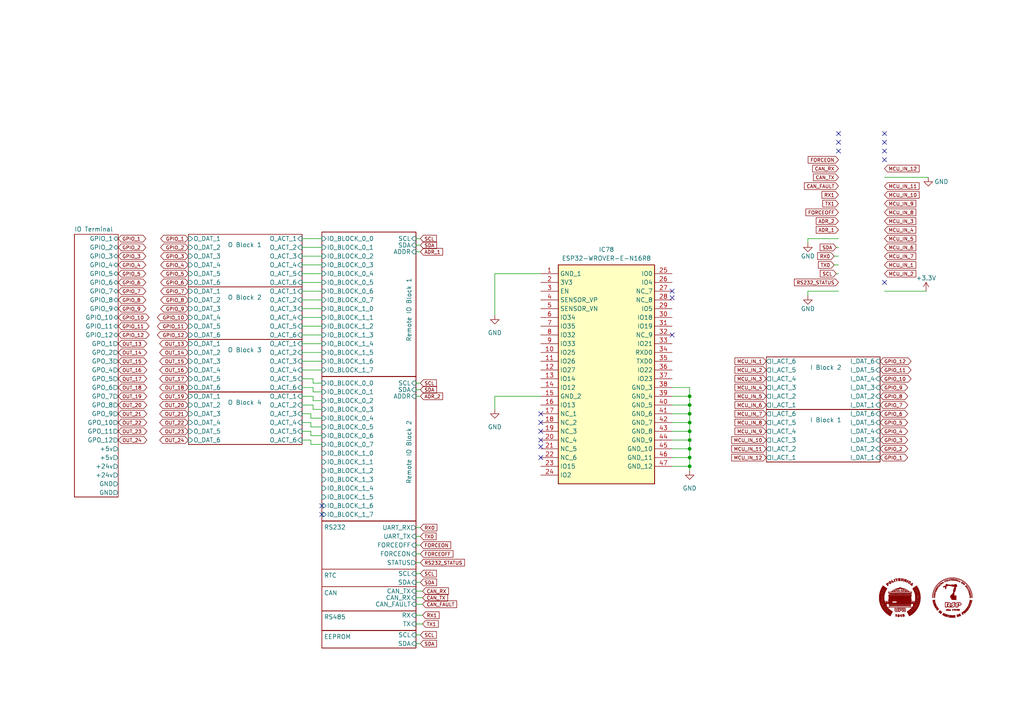
<source format=kicad_sch>
(kicad_sch (version 20230121) (generator eeschema)
  (paper "A4")
  (title_block (title "PLC CIM") (date "2023-04-23") (rev "1") (company "UPB - FIIR - Roboți și sisteme de producție") (comment 1 "Alexandru-Ioan Anastasiu"))
  (lib_symbols
    (symbol "ESP32-WROVER-E-N16R8.kicad_sym:ESP32-WROVER-E-N16R8"
      (property "Reference" "IC" (at 34.29 7.62 0))
      (property "Value" "ESP32-WROVER-E-N16R8" (at 34.29 5.08 0))
      (symbol "ESP32-WROVER-E-N16R8_1_1"
        (pin passive line (at 0 0 0) (length 5.08) (name "GND_1") (number "1"))
        (pin passive line (at 0 -22.86 0) (length 5.08) (name "IO25") (number "10"))
        (pin passive line (at 0 -25.4 0) (length 5.08) (name "IO26") (number "11"))
        (pin passive line (at 0 -27.94 0) (length 5.08) (name "IO27") (number "12"))
        (pin passive line (at 0 -30.48 0) (length 5.08) (name "IO14") (number "13"))
        (pin passive line (at 0 -33.02 0) (length 5.08) (name "IO12") (number "14"))
        (pin passive line (at 0 -35.56 0) (length 5.08) (name "GND_2") (number "15"))
        (pin passive line (at 0 -38.1 0) (length 5.08) (name "IO13") (number "16"))
        (pin passive line (at 0 -40.64 0) (length 5.08) (name "NC_1") (number "17"))
        (pin passive line (at 0 -43.18 0) (length 5.08) (name "NC_2") (number "18"))
        (pin passive line (at 0 -45.72 0) (length 5.08) (name "NC_3") (number "19"))
        (pin passive line (at 0 -2.54 0) (length 5.08) (name "3V3") (number "2"))
        (pin passive line (at 0 -48.26 0) (length 5.08) (name "NC_4") (number "20"))
        (pin passive line (at 0 -50.8 0) (length 5.08) (name "NC_5") (number "21"))
        (pin passive line (at 0 -53.34 0) (length 5.08) (name "NC_6") (number "22"))
        (pin passive line (at 0 -55.88 0) (length 5.08) (name "IO15") (number "23"))
        (pin passive line (at 0 -58.42 0) (length 5.08) (name "IO2") (number "24"))
        (pin passive line (at 38.1 0 180) (length 5.08) (name "IO0") (number "25"))
        (pin passive line (at 38.1 -2.54 180) (length 5.08) (name "IO4") (number "26"))
        (pin passive line (at 38.1 -5.08 180) (length 5.08) (name "NC_7") (number "27"))
        (pin passive line (at 38.1 -7.62 180) (length 5.08) (name "NC_8") (number "28"))
        (pin passive line (at 38.1 -10.16 180) (length 5.08) (name "IO5") (number "29"))
        (pin passive line (at 0 -5.08 0) (length 5.08) (name "EN") (number "3"))
        (pin passive line (at 38.1 -12.7 180) (length 5.08) (name "IO18") (number "30"))
        (pin passive line (at 38.1 -15.24 180) (length 5.08) (name "IO19") (number "31"))
        (pin passive line (at 38.1 -17.78 180) (length 5.08) (name "NC_9") (number "32"))
        (pin passive line (at 38.1 -20.32 180) (length 5.08) (name "IO21") (number "33"))
        (pin passive line (at 38.1 -22.86 180) (length 5.08) (name "RXD0") (number "34"))
        (pin passive line (at 38.1 -25.4 180) (length 5.08) (name "TXD0") (number "35"))
        (pin passive line (at 38.1 -27.94 180) (length 5.08) (name "IO22") (number "36"))
        (pin passive line (at 38.1 -30.48 180) (length 5.08) (name "IO23") (number "37"))
        (pin passive line (at 38.1 -33.02 180) (length 5.08) (name "GND_3") (number "38"))
        (pin passive line (at 38.1 -35.56 180) (length 5.08) (name "GND_4") (number "39"))
        (pin passive line (at 0 -7.62 0) (length 5.08) (name "SENSOR_VP") (number "4"))
        (pin passive line (at 38.1 -38.1 180) (length 5.08) (name "GND_5") (number "40"))
        (pin passive line (at 38.1 -40.64 180) (length 5.08) (name "GND_6") (number "41"))
        (pin passive line (at 38.1 -43.18 180) (length 5.08) (name "GND_7") (number "42"))
        (pin passive line (at 38.1 -45.72 180) (length 5.08) (name "GND_8") (number "43"))
        (pin passive line (at 38.1 -48.26 180) (length 5.08) (name "GND_9") (number "44"))
        (pin passive line (at 38.1 -50.8 180) (length 5.08) (name "GND_10") (number "45"))
        (pin passive line (at 38.1 -53.34 180) (length 5.08) (name "GND_11") (number "46"))
        (pin passive line (at 38.1 -55.88 180) (length 5.08) (name "GND_12") (number "47"))
        (pin passive line (at 0 -10.16 0) (length 5.08) (name "SENSOR_VN") (number "5"))
        (pin passive line (at 0 -12.7 0) (length 5.08) (name "IO34") (number "6"))
        (pin passive line (at 0 -15.24 0) (length 5.08) (name "IO35") (number "7"))
        (pin passive line (at 0 -17.78 0) (length 5.08) (name "IO32") (number "8"))
        (pin passive line (at 0 -20.32 0) (length 5.08) (name "IO33") (number "9"))
      )
    )
    (symbol "logoRSP:LOGO" (pin_names (offset 1.016)))
    (symbol "logoUPB:LOGO" (pin_names (offset 1.016)))
    (symbol "power:+3.3V" (power) (pin_names (offset 0))
      (property "Value" "+3.3V" (at 0 3.556 0))
      (symbol "+3.3V_1_1"
        (pin power_in line (at 0 0 90) (length 0) hide (name "+3.3V") (number "1"))
      )
    )
    (symbol "power:GND" (power) (pin_names (offset 0))
      (property "Value" "GND" (at 0 -3.81 0))
      (symbol "GND_1_1"
        (pin power_in line (at 0 0 270) (length 0) hide (name "GND") (number "1"))
      )
    )
  )
  (junction (at 200.025 125.095))
  (junction (at 200.025 127.635))
  (junction (at 200.025 130.175))
  (junction (at 200.025 135.255))
  (junction (at 200.025 122.555))
  (junction (at 200.025 132.715))
  (junction (at 200.025 117.475))
  (junction (at 200.025 120.015))
  (junction (at 200.025 114.935))
  (no_connect (at 256.54 38.735))
  (no_connect (at 256.54 81.915))
  (no_connect (at 156.845 120.015))
  (no_connect (at 243.205 38.735))
  (no_connect (at 194.945 97.155))
  (no_connect (at 256.54 41.275))
  (no_connect (at 156.845 122.555))
  (no_connect (at 156.845 125.095))
  (no_connect (at 156.845 127.635))
  (no_connect (at 194.945 84.455))
  (no_connect (at 194.945 86.36))
  (no_connect (at 156.845 132.715))
  (no_connect (at 256.54 46.355))
  (no_connect (at 243.205 43.815))
  (no_connect (at 156.845 129.54))
  (no_connect (at 93.345 149.225))
  (no_connect (at 93.345 146.685))
  (no_connect (at 243.205 41.275))
  (no_connect (at 256.54 43.815))
  (wire (pts (xy 234.315 69.215) (xy 243.205 69.215)))
  (wire (pts (xy 90.17 125.095) (xy 90.17 126.365)))
  (wire (pts (xy 87.63 86.995) (xy 93.345 86.995)))
  (wire (pts (xy 200.025 135.255) (xy 200.025 136.525)))
  (wire (pts (xy 194.945 117.475) (xy 200.025 117.475)))
  (wire (pts (xy 194.945 122.555) (xy 200.025 122.555)))
  (wire (pts (xy 120.65 73.025) (xy 121.92 73.025)))
  (wire (pts (xy 120.65 71.12) (xy 121.92 71.12)))
  (wire (pts (xy 143.51 114.935) (xy 143.51 118.745)))
  (wire (pts (xy 87.63 107.315) (xy 93.345 107.315)))
  (wire (pts (xy 90.805 116.205) (xy 93.345 116.205)))
  (wire (pts (xy 120.65 153.035) (xy 121.92 153.035)))
  (wire (pts (xy 87.63 79.375) (xy 93.345 79.375)))
  (wire (pts (xy 87.63 122.555) (xy 90.17 122.555)))
  (wire (pts (xy 120.65 171.45) (xy 122.555 171.45)))
  (wire (pts (xy 87.63 114.935) (xy 90.805 114.935)))
  (wire (pts (xy 120.65 158.115) (xy 121.92 158.115)))
  (wire (pts (xy 90.17 120.015) (xy 90.17 121.285)))
  (wire (pts (xy 87.63 92.075) (xy 93.345 92.075)))
  (wire (pts (xy 120.65 173.355) (xy 122.555 173.355)))
  (wire (pts (xy 90.805 114.935) (xy 90.805 116.205)))
  (wire (pts (xy 90.805 113.665) (xy 93.345 113.665)))
  (wire (pts (xy 120.65 175.26) (xy 122.555 175.26)))
  (wire (pts (xy 194.945 125.095) (xy 200.025 125.095)))
  (wire (pts (xy 194.945 114.935) (xy 200.025 114.935)))
  (wire (pts (xy 90.17 127.635) (xy 90.17 128.905)))
  (wire (pts (xy 90.805 109.855) (xy 90.805 111.125)))
  (wire (pts (xy 194.945 135.255) (xy 200.025 135.255)))
  (wire (pts (xy 156.845 114.935) (xy 143.51 114.935)))
  (wire (pts (xy 90.805 111.125) (xy 93.345 111.125)))
  (wire (pts (xy 87.63 69.215) (xy 93.345 69.215)))
  (wire (pts (xy 200.025 112.395) (xy 200.025 114.935)))
  (wire (pts (xy 200.025 127.635) (xy 200.025 130.175)))
  (wire (pts (xy 256.54 84.455) (xy 268.605 84.455)))
  (wire (pts (xy 200.025 125.095) (xy 200.025 127.635)))
  (wire (pts (xy 120.65 69.215) (xy 121.92 69.215)))
  (wire (pts (xy 87.63 76.835) (xy 93.345 76.835)))
  (wire (pts (xy 90.805 112.395) (xy 90.805 113.665)))
  (wire (pts (xy 194.945 130.175) (xy 200.025 130.175)))
  (wire (pts (xy 90.17 126.365) (xy 93.345 126.365)))
  (wire (pts (xy 120.65 155.575) (xy 121.92 155.575)))
  (wire (pts (xy 194.945 120.015) (xy 200.025 120.015)))
  (wire (pts (xy 90.805 117.475) (xy 90.805 118.745)))
  (wire (pts (xy 87.63 97.155) (xy 93.345 97.155)))
  (wire (pts (xy 156.845 79.375) (xy 143.51 79.375)))
  (wire (pts (xy 120.65 178.435) (xy 122.555 178.435)))
  (wire (pts (xy 234.315 85.725) (xy 234.315 84.455)))
  (wire (pts (xy 120.65 113.03) (xy 121.92 113.03)))
  (wire (pts (xy 87.63 104.775) (xy 93.345 104.775)))
  (wire (pts (xy 87.63 112.395) (xy 90.805 112.395)))
  (wire (pts (xy 120.65 166.37) (xy 121.92 166.37)))
  (wire (pts (xy 87.63 120.015) (xy 90.17 120.015)))
  (wire (pts (xy 200.025 114.935) (xy 200.025 117.475)))
  (wire (pts (xy 90.805 118.745) (xy 93.345 118.745)))
  (wire (pts (xy 120.65 114.935) (xy 121.92 114.935)))
  (wire (pts (xy 87.63 125.095) (xy 90.17 125.095)))
  (wire (pts (xy 90.17 128.905) (xy 93.345 128.905)))
  (wire (pts (xy 90.17 123.825) (xy 93.345 123.825)))
  (wire (pts (xy 87.63 71.755) (xy 93.345 71.755)))
  (wire (pts (xy 200.025 132.715) (xy 200.025 135.255)))
  (wire (pts (xy 87.63 109.855) (xy 90.805 109.855)))
  (wire (pts (xy 90.17 122.555) (xy 90.17 123.825)))
  (wire (pts (xy 241.935 74.295) (xy 243.205 74.295)))
  (wire (pts (xy 194.945 112.395) (xy 200.025 112.395)))
  (wire (pts (xy 120.65 186.69) (xy 121.92 186.69)))
  (wire (pts (xy 120.65 168.91) (xy 121.92 168.91)))
  (wire (pts (xy 87.63 99.695) (xy 93.345 99.695)))
  (wire (pts (xy 256.54 51.435) (xy 269.24 51.435)))
  (wire (pts (xy 120.65 163.195) (xy 121.92 163.195)))
  (wire (pts (xy 242.57 71.755) (xy 243.205 71.755)))
  (wire (pts (xy 241.935 76.835) (xy 243.205 76.835)))
  (wire (pts (xy 143.51 79.375) (xy 143.51 91.44)))
  (wire (pts (xy 120.65 180.975) (xy 122.555 180.975)))
  (wire (pts (xy 87.63 89.535) (xy 93.345 89.535)))
  (wire (pts (xy 194.945 127.635) (xy 200.025 127.635)))
  (wire (pts (xy 200.025 120.015) (xy 200.025 122.555)))
  (wire (pts (xy 200.025 130.175) (xy 200.025 132.715)))
  (wire (pts (xy 87.63 74.295) (xy 93.345 74.295)))
  (wire (pts (xy 234.315 70.485) (xy 234.315 69.215)))
  (wire (pts (xy 234.315 84.455) (xy 243.205 84.455)))
  (wire (pts (xy 87.63 117.475) (xy 90.805 117.475)))
  (wire (pts (xy 200.025 122.555) (xy 200.025 125.095)))
  (wire (pts (xy 194.945 132.715) (xy 200.025 132.715)))
  (wire (pts (xy 200.025 117.475) (xy 200.025 120.015)))
  (wire (pts (xy 87.63 81.915) (xy 93.345 81.915)))
  (wire (pts (xy 120.65 184.15) (xy 121.92 184.15)))
  (wire (pts (xy 120.65 160.655) (xy 121.92 160.655)))
  (wire (pts (xy 87.63 84.455) (xy 93.345 84.455)))
  (wire (pts (xy 90.17 121.285) (xy 93.345 121.285)))
  (wire (pts (xy 87.63 127.635) (xy 90.17 127.635)))
  (wire (pts (xy 87.63 94.615) (xy 93.345 94.615)))
  (wire (pts (xy 242.57 79.375) (xy 243.205 79.375)))
  (wire (pts (xy 87.63 102.235) (xy 93.345 102.235)))
  (wire (pts (xy 120.65 111.125) (xy 121.92 111.125)))
  (global_label "GPIO_3" (shape bidirectional) (at 255.27 127.635 0) (effects (font (size 1 1))) (property "Intersheetrefs" "${INTERSHEET_REFS}" (effects hide)))
  (global_label "MCU_IN_7" (shape input) (at 256.54 74.295 0) (effects (font (size 1 1))) (property "Intersheetrefs" "${INTERSHEET_REFS}" (effects hide)))
  (global_label "GPIO_3" (shape bidirectional) (at 34.29 74.295 0) (effects (font (size 1 1))) (property "Intersheetrefs" "${INTERSHEET_REFS}" (effects hide)))
  (global_label "OUT_18" (shape bidirectional) (at 54.61 112.395 180) (effects (font (size 1 1))) (property "Intersheetrefs" "${INTERSHEET_REFS}" (effects hide)))
  (global_label "MCU_IN_4" (shape input) (at 222.25 112.395 180) (effects (font (size 1 1))) (property "Intersheetrefs" "${INTERSHEET_REFS}" (effects hide)))
  (global_label "GPIO_1" (shape bidirectional) (at 34.29 69.215 0) (effects (font (size 1 1))) (property "Intersheetrefs" "${INTERSHEET_REFS}" (effects hide)))
  (global_label "SDA" (shape input) (at 121.92 186.69 0) (effects (font (size 1 1))) (property "Intersheetrefs" "${INTERSHEET_REFS}" (effects hide)))
  (global_label "GPIO_5" (shape bidirectional) (at 255.27 122.555 0) (effects (font (size 1 1))) (property "Intersheetrefs" "${INTERSHEET_REFS}" (effects hide)))
  (global_label "GPIO_5" (shape bidirectional) (at 34.29 79.375 0) (effects (font (size 1 1))) (property "Intersheetrefs" "${INTERSHEET_REFS}" (effects hide)))
  (global_label "MCU_IN_1" (shape input) (at 222.25 104.775 180) (effects (font (size 1 1))) (property "Intersheetrefs" "${INTERSHEET_REFS}" (effects hide)))
  (global_label "MCU_IN_11" (shape input) (at 222.25 130.175 180) (effects (font (size 1 1))) (property "Intersheetrefs" "${INTERSHEET_REFS}" (effects hide)))
  (global_label "ADR_2" (shape input) (at 243.205 64.135 180) (effects (font (size 1 1))) (property "Intersheetrefs" "${INTERSHEET_REFS}" (effects hide)))
  (global_label "GPIO_12" (shape bidirectional) (at 54.61 97.155 180) (effects (font (size 1 1))) (property "Intersheetrefs" "${INTERSHEET_REFS}" (effects hide)))
  (global_label "GPIO_3" (shape bidirectional) (at 54.61 74.295 180) (effects (font (size 1 1))) (property "Intersheetrefs" "${INTERSHEET_REFS}" (effects hide)))
  (global_label "OUT_17" (shape bidirectional) (at 34.29 109.855 0) (effects (font (size 1 1))) (property "Intersheetrefs" "${INTERSHEET_REFS}" (effects hide)))
  (global_label "GPIO_6" (shape bidirectional) (at 54.61 81.915 180) (effects (font (size 1 1))) (property "Intersheetrefs" "${INTERSHEET_REFS}" (effects hide)))
  (global_label "GPIO_9" (shape bidirectional) (at 54.61 89.535 180) (effects (font (size 1 1))) (property "Intersheetrefs" "${INTERSHEET_REFS}" (effects hide)))
  (global_label "CAN_RX" (shape input) (at 243.205 48.895 180) (effects (font (size 1 1))) (property "Intersheetrefs" "${INTERSHEET_REFS}" (effects hide)))
  (global_label "GPIO_11" (shape bidirectional) (at 34.29 94.615 0) (effects (font (size 1 1))) (property "Intersheetrefs" "${INTERSHEET_REFS}" (effects hide)))
  (global_label "GPIO_9" (shape bidirectional) (at 255.27 112.395 0) (effects (font (size 1 1))) (property "Intersheetrefs" "${INTERSHEET_REFS}" (effects hide)))
  (global_label "FORCEON" (shape input) (at 121.92 158.115 0) (effects (font (size 1 1))) (property "Intersheetrefs" "${INTERSHEET_REFS}" (effects hide)))
  (global_label "MCU_IN_6" (shape input) (at 222.25 117.475 180) (effects (font (size 1 1))) (property "Intersheetrefs" "${INTERSHEET_REFS}" (effects hide)))
  (global_label "MCU_IN_2" (shape input) (at 222.25 107.315 180) (effects (font (size 1 1))) (property "Intersheetrefs" "${INTERSHEET_REFS}" (effects hide)))
  (global_label "RX1" (shape input) (at 122.555 178.435 0) (effects (font (size 1 1))) (property "Intersheetrefs" "${INTERSHEET_REFS}" (effects hide)))
  (global_label "GPIO_1" (shape bidirectional) (at 54.61 69.215 180) (effects (font (size 1 1))) (property "Intersheetrefs" "${INTERSHEET_REFS}" (effects hide)))
  (global_label "GPIO_8" (shape bidirectional) (at 54.61 86.995 180) (effects (font (size 1 1))) (property "Intersheetrefs" "${INTERSHEET_REFS}" (effects hide)))
  (global_label "OUT_21" (shape bidirectional) (at 54.61 120.015 180) (effects (font (size 1 1))) (property "Intersheetrefs" "${INTERSHEET_REFS}" (effects hide)))
  (global_label "CAN_TX" (shape input) (at 243.205 51.435 180) (effects (font (size 1 1))) (property "Intersheetrefs" "${INTERSHEET_REFS}" (effects hide)))
  (global_label "OUT_16" (shape bidirectional) (at 54.61 107.315 180) (effects (font (size 1 1))) (property "Intersheetrefs" "${INTERSHEET_REFS}" (effects hide)))
  (global_label "OUT_24" (shape bidirectional) (at 34.29 127.635 0) (effects (font (size 1 1))) (property "Intersheetrefs" "${INTERSHEET_REFS}" (effects hide)))
  (global_label "OUT_19" (shape bidirectional) (at 54.61 114.935 180) (effects (font (size 1 1))) (property "Intersheetrefs" "${INTERSHEET_REFS}" (effects hide)))
  (global_label "SDA" (shape input) (at 121.92 71.12 0) (effects (font (size 1 1))) (property "Intersheetrefs" "${INTERSHEET_REFS}" (effects hide)))
  (global_label "CAN_RX" (shape input) (at 122.555 171.45 0) (effects (font (size 1 1))) (property "Intersheetrefs" "${INTERSHEET_REFS}" (effects hide)))
  (global_label "FORCEON" (shape input) (at 243.205 46.355 180) (effects (font (size 1 1))) (property "Intersheetrefs" "${INTERSHEET_REFS}" (effects hide)))
  (global_label "GPIO_7" (shape bidirectional) (at 34.29 84.455 0) (effects (font (size 1 1))) (property "Intersheetrefs" "${INTERSHEET_REFS}" (effects hide)))
  (global_label "GPIO_8" (shape bidirectional) (at 34.29 86.995 0) (effects (font (size 1 1))) (property "Intersheetrefs" "${INTERSHEET_REFS}" (effects hide)))
  (global_label "ADR_1" (shape input) (at 243.205 66.675 180) (effects (font (size 1 1))) (property "Intersheetrefs" "${INTERSHEET_REFS}" (effects hide)))
  (global_label "SCL" (shape input) (at 121.92 184.15 0) (effects (font (size 1 1))) (property "Intersheetrefs" "${INTERSHEET_REFS}" (effects hide)))
  (global_label "SCL" (shape input) (at 121.92 166.37 0) (effects (font (size 1 1))) (property "Intersheetrefs" "${INTERSHEET_REFS}" (effects hide)))
  (global_label "RS232_STATUS" (shape input) (at 243.205 81.915 180) (effects (font (size 1 1))) (property "Intersheetrefs" "${INTERSHEET_REFS}" (effects hide)))
  (global_label "CAN_TX" (shape input) (at 122.555 173.355 0) (effects (font (size 1 1))) (property "Intersheetrefs" "${INTERSHEET_REFS}" (effects hide)))
  (global_label "MCU_IN_7" (shape input) (at 222.25 120.015 180) (effects (font (size 1 1))) (property "Intersheetrefs" "${INTERSHEET_REFS}" (effects hide)))
  (global_label "RX1" (shape input) (at 243.205 56.515 180) (effects (font (size 1 1))) (property "Intersheetrefs" "${INTERSHEET_REFS}" (effects hide)))
  (global_label "GPIO_9" (shape bidirectional) (at 34.29 89.535 0) (effects (font (size 1 1))) (property "Intersheetrefs" "${INTERSHEET_REFS}" (effects hide)))
  (global_label "MCU_IN_6" (shape input) (at 256.54 71.755 0) (effects (font (size 1 1))) (property "Intersheetrefs" "${INTERSHEET_REFS}" (effects hide)))
  (global_label "MCU_IN_8" (shape input) (at 222.25 122.555 180) (effects (font (size 1 1))) (property "Intersheetrefs" "${INTERSHEET_REFS}" (effects hide)))
  (global_label "OUT_24" (shape bidirectional) (at 54.61 127.635 180) (effects (font (size 1 1))) (property "Intersheetrefs" "${INTERSHEET_REFS}" (effects hide)))
  (global_label "GPIO_2" (shape bidirectional) (at 255.27 130.175 0) (effects (font (size 1 1))) (property "Intersheetrefs" "${INTERSHEET_REFS}" (effects hide)))
  (global_label "OUT_15" (shape bidirectional) (at 34.29 104.775 0) (effects (font (size 1 1))) (property "Intersheetrefs" "${INTERSHEET_REFS}" (effects hide)))
  (global_label "GPIO_4" (shape bidirectional) (at 54.61 76.835 180) (effects (font (size 1 1))) (property "Intersheetrefs" "${INTERSHEET_REFS}" (effects hide)))
  (global_label "GPIO_10" (shape bidirectional) (at 255.27 109.855 0) (effects (font (size 1 1))) (property "Intersheetrefs" "${INTERSHEET_REFS}" (effects hide)))
  (global_label "SDA" (shape input) (at 121.92 113.03 0) (effects (font (size 1 1))) (property "Intersheetrefs" "${INTERSHEET_REFS}" (effects hide)))
  (global_label "TX1" (shape input) (at 122.555 180.975 0) (effects (font (size 1 1))) (property "Intersheetrefs" "${INTERSHEET_REFS}" (effects hide)))
  (global_label "SDA" (shape input) (at 121.92 168.91 0) (effects (font (size 1 1))) (property "Intersheetrefs" "${INTERSHEET_REFS}" (effects hide)))
  (global_label "GPIO_2" (shape bidirectional) (at 34.29 71.755 0) (effects (font (size 1 1))) (property "Intersheetrefs" "${INTERSHEET_REFS}" (effects hide)))
  (global_label "ADR_2" (shape input) (at 121.92 114.935 0) (effects (font (size 1 1))) (property "Intersheetrefs" "${INTERSHEET_REFS}" (effects hide)))
  (global_label "MCU_IN_8" (shape input) (at 256.54 61.595 0) (effects (font (size 1 1))) (property "Intersheetrefs" "${INTERSHEET_REFS}" (effects hide)))
  (global_label "GPIO_7" (shape bidirectional) (at 255.27 117.475 0) (effects (font (size 1 1))) (property "Intersheetrefs" "${INTERSHEET_REFS}" (effects hide)))
  (global_label "GPIO_10" (shape bidirectional) (at 34.29 92.075 0) (effects (font (size 1 1))) (property "Intersheetrefs" "${INTERSHEET_REFS}" (effects hide)))
  (global_label "MCU_IN_3" (shape input) (at 222.25 109.855 180) (effects (font (size 1 1))) (property "Intersheetrefs" "${INTERSHEET_REFS}" (effects hide)))
  (global_label "GPIO_8" (shape bidirectional) (at 255.27 114.935 0) (effects (font (size 1 1))) (property "Intersheetrefs" "${INTERSHEET_REFS}" (effects hide)))
  (global_label "MCU_IN_5" (shape input) (at 222.25 114.935 180) (effects (font (size 1 1))) (property "Intersheetrefs" "${INTERSHEET_REFS}" (effects hide)))
  (global_label "FORCEOFF" (shape input) (at 243.205 61.595 180) (effects (font (size 1 1))) (property "Intersheetrefs" "${INTERSHEET_REFS}" (effects hide)))
  (global_label "OUT_20" (shape bidirectional) (at 34.29 117.475 0) (effects (font (size 1 1))) (property "Intersheetrefs" "${INTERSHEET_REFS}" (effects hide)))
  (global_label "MCU_IN_12" (shape input) (at 222.25 132.715 180) (effects (font (size 1 1))) (property "Intersheetrefs" "${INTERSHEET_REFS}" (effects hide)))
  (global_label "OUT_22" (shape bidirectional) (at 34.29 122.555 0) (effects (font (size 1 1))) (property "Intersheetrefs" "${INTERSHEET_REFS}" (effects hide)))
  (global_label "GPIO_6" (shape bidirectional) (at 255.27 120.015 0) (effects (font (size 1 1))) (property "Intersheetrefs" "${INTERSHEET_REFS}" (effects hide)))
  (global_label "RX0" (shape input) (at 121.92 153.035 0) (effects (font (size 1 1))) (property "Intersheetrefs" "${INTERSHEET_REFS}" (effects hide)))
  (global_label "OUT_20" (shape bidirectional) (at 54.61 117.475 180) (effects (font (size 1 1))) (property "Intersheetrefs" "${INTERSHEET_REFS}" (effects hide)))
  (global_label "OUT_13" (shape bidirectional) (at 34.29 99.695 0) (effects (font (size 1 1))) (property "Intersheetrefs" "${INTERSHEET_REFS}" (effects hide)))
  (global_label "MCU_IN_5" (shape input) (at 256.54 69.215 0) (effects (font (size 1 1))) (property "Intersheetrefs" "${INTERSHEET_REFS}" (effects hide)))
  (global_label "MCU_IN_12" (shape input) (at 256.54 48.895 0) (effects (font (size 1 1))) (property "Intersheetrefs" "${INTERSHEET_REFS}" (effects hide)))
  (global_label "RS232_STATUS" (shape input) (at 121.92 163.195 0) (effects (font (size 1 1))) (property "Intersheetrefs" "${INTERSHEET_REFS}" (effects hide)))
  (global_label "MCU_IN_9" (shape input) (at 222.25 125.095 180) (effects (font (size 1 1))) (property "Intersheetrefs" "${INTERSHEET_REFS}" (effects hide)))
  (global_label "OUT_13" (shape bidirectional) (at 54.61 99.695 180) (effects (font (size 1 1))) (property "Intersheetrefs" "${INTERSHEET_REFS}" (effects hide)))
  (global_label "MCU_IN_4" (shape input) (at 256.54 66.675 0) (effects (font (size 1 1))) (property "Intersheetrefs" "${INTERSHEET_REFS}" (effects hide)))
  (global_label "OUT_14" (shape bidirectional) (at 54.61 102.235 180) (effects (font (size 1 1))) (property "Intersheetrefs" "${INTERSHEET_REFS}" (effects hide)))
  (global_label "OUT_15" (shape bidirectional) (at 54.61 104.775 180) (effects (font (size 1 1))) (property "Intersheetrefs" "${INTERSHEET_REFS}" (effects hide)))
  (global_label "GPIO_6" (shape bidirectional) (at 34.29 81.915 0) (effects (font (size 1 1))) (property "Intersheetrefs" "${INTERSHEET_REFS}" (effects hide)))
  (global_label "SCL" (shape input) (at 121.92 69.215 0) (effects (font (size 1 1))) (property "Intersheetrefs" "${INTERSHEET_REFS}" (effects hide)))
  (global_label "MCU_IN_11" (shape input) (at 256.54 53.975 0) (effects (font (size 1 1))) (property "Intersheetrefs" "${INTERSHEET_REFS}" (effects hide)))
  (global_label "TX1" (shape input) (at 243.205 59.055 180) (effects (font (size 1 1))) (property "Intersheetrefs" "${INTERSHEET_REFS}" (effects hide)))
  (global_label "MCU_IN_3" (shape input) (at 256.54 64.135 0) (effects (font (size 1 1))) (property "Intersheetrefs" "${INTERSHEET_REFS}" (effects hide)))
  (global_label "MCU_IN_9" (shape input) (at 256.54 59.055 0) (effects (font (size 1 1))) (property "Intersheetrefs" "${INTERSHEET_REFS}" (effects hide)))
  (global_label "ADR_1" (shape input) (at 121.92 73.025 0) (effects (font (size 1 1))) (property "Intersheetrefs" "${INTERSHEET_REFS}" (effects hide)))
  (global_label "SCL" (shape input) (at 242.57 79.375 180) (effects (font (size 1 1))) (property "Intersheetrefs" "${INTERSHEET_REFS}" (effects hide)))
  (global_label "GPIO_1" (shape bidirectional) (at 255.27 132.715 0) (effects (font (size 1 1))) (property "Intersheetrefs" "${INTERSHEET_REFS}" (effects hide)))
  (global_label "GPIO_5" (shape bidirectional) (at 54.61 79.375 180) (effects (font (size 1 1))) (property "Intersheetrefs" "${INTERSHEET_REFS}" (effects hide)))
  (global_label "OUT_18" (shape bidirectional) (at 34.29 112.395 0) (effects (font (size 1 1))) (property "Intersheetrefs" "${INTERSHEET_REFS}" (effects hide)))
  (global_label "GPIO_11" (shape bidirectional) (at 54.61 94.615 180) (effects (font (size 1 1))) (property "Intersheetrefs" "${INTERSHEET_REFS}" (effects hide)))
  (global_label "MCU_IN_10" (shape input) (at 222.25 127.635 180) (effects (font (size 1 1))) (property "Intersheetrefs" "${INTERSHEET_REFS}" (effects hide)))
  (global_label "GPIO_10" (shape bidirectional) (at 54.61 92.075 180) (effects (font (size 1 1))) (property "Intersheetrefs" "${INTERSHEET_REFS}" (effects hide)))
  (global_label "GPIO_12" (shape bidirectional) (at 34.29 97.155 0) (effects (font (size 1 1))) (property "Intersheetrefs" "${INTERSHEET_REFS}" (effects hide)))
  (global_label "MCU_IN_2" (shape input) (at 256.54 79.375 0) (effects (font (size 1 1))) (property "Intersheetrefs" "${INTERSHEET_REFS}" (effects hide)))
  (global_label "OUT_23" (shape bidirectional) (at 34.29 125.095 0) (effects (font (size 1 1))) (property "Intersheetrefs" "${INTERSHEET_REFS}" (effects hide)))
  (global_label "TX0" (shape input) (at 241.935 76.835 180) (effects (font (size 1 1))) (property "Intersheetrefs" "${INTERSHEET_REFS}" (effects hide)))
  (global_label "TX0" (shape input) (at 121.92 155.575 0) (effects (font (size 1 1))) (property "Intersheetrefs" "${INTERSHEET_REFS}" (effects hide)))
  (global_label "SCL" (shape input) (at 121.92 111.125 0) (effects (font (size 1 1))) (property "Intersheetrefs" "${INTERSHEET_REFS}" (effects hide)))
  (global_label "RX0" (shape input) (at 241.935 74.295 180) (effects (font (size 1 1))) (property "Intersheetrefs" "${INTERSHEET_REFS}" (effects hide)))
  (global_label "GPIO_7" (shape bidirectional) (at 54.61 84.455 180) (effects (font (size 1 1))) (property "Intersheetrefs" "${INTERSHEET_REFS}" (effects hide)))
  (global_label "OUT_19" (shape bidirectional) (at 34.29 114.935 0) (effects (font (size 1 1))) (property "Intersheetrefs" "${INTERSHEET_REFS}" (effects hide)))
  (global_label "OUT_22" (shape bidirectional) (at 54.61 122.555 180) (effects (font (size 1 1))) (property "Intersheetrefs" "${INTERSHEET_REFS}" (effects hide)))
  (global_label "GPIO_12" (shape bidirectional) (at 255.27 104.775 0) (effects (font (size 1 1))) (property "Intersheetrefs" "${INTERSHEET_REFS}" (effects hide)))
  (global_label "MCU_IN_10" (shape input) (at 256.54 56.515 0) (effects (font (size 1 1))) (property "Intersheetrefs" "${INTERSHEET_REFS}" (effects hide)))
  (global_label "GPIO_4" (shape bidirectional) (at 34.29 76.835 0) (effects (font (size 1 1))) (property "Intersheetrefs" "${INTERSHEET_REFS}" (effects hide)))
  (global_label "GPIO_2" (shape bidirectional) (at 54.61 71.755 180) (effects (font (size 1 1))) (property "Intersheetrefs" "${INTERSHEET_REFS}" (effects hide)))
  (global_label "GPIO_4" (shape bidirectional) (at 255.27 125.095 0) (effects (font (size 1 1))) (property "Intersheetrefs" "${INTERSHEET_REFS}" (effects hide)))
  (global_label "SDA" (shape input) (at 242.57 71.755 180) (effects (font (size 1 1))) (property "Intersheetrefs" "${INTERSHEET_REFS}" (effects hide)))
  (global_label "OUT_21" (shape bidirectional) (at 34.29 120.015 0) (effects (font (size 1 1))) (property "Intersheetrefs" "${INTERSHEET_REFS}" (effects hide)))
  (global_label "OUT_23" (shape bidirectional) (at 54.61 125.095 180) (effects (font (size 1 1))) (property "Intersheetrefs" "${INTERSHEET_REFS}" (effects hide)))
  (global_label "OUT_17" (shape bidirectional) (at 54.61 109.855 180) (effects (font (size 1 1))) (property "Intersheetrefs" "${INTERSHEET_REFS}" (effects hide)))
  (global_label "OUT_16" (shape bidirectional) (at 34.29 107.315 0) (effects (font (size 1 1))) (property "Intersheetrefs" "${INTERSHEET_REFS}" (effects hide)))
  (global_label "FORCEOFF" (shape input) (at 121.92 160.655 0) (effects (font (size 1 1))) (property "Intersheetrefs" "${INTERSHEET_REFS}" (effects hide)))
  (global_label "GPIO_11" (shape bidirectional) (at 255.27 107.315 0) (effects (font (size 1 1))) (property "Intersheetrefs" "${INTERSHEET_REFS}" (effects hide)))
  (global_label "CAN_FAULT" (shape input) (at 243.205 53.975 180) (effects (font (size 1 1))) (property "Intersheetrefs" "${INTERSHEET_REFS}" (effects hide)))
  (global_label "CAN_FAULT" (shape input) (at 122.555 175.26 0) (effects (font (size 1 1))) (property "Intersheetrefs" "${INTERSHEET_REFS}" (effects hide)))
  (global_label "MCU_IN_1" (shape input) (at 256.54 76.835 0) (effects (font (size 1 1))) (property "Intersheetrefs" "${INTERSHEET_REFS}" (effects hide)))
  (global_label "OUT_14" (shape bidirectional) (at 34.29 102.235 0) (effects (font (size 1 1))) (property "Intersheetrefs" "${INTERSHEET_REFS}" (effects hide)))
  (symbol (lib_id "power:GND") (at 200.025 136.525 0) (unit 1)
    (property "Reference" "#PWR06" (effects hide))
    (property "Value" "GND" (at 200.025 141.605 0))
  )
  (symbol (lib_id "power:GND") (at 234.315 85.725 0) (unit 1)
    (property "Reference" "#PWR04" (effects hide))
    (property "Value" "GND" (at 234.315 89.535 0))
  )
  (symbol (lib_id "ESP32-WROVER-E-N16R8.kicad_sym:ESP32-WROVER-E-N16R8") (at 156.845 79.375 0) (unit 1)
    (property "Reference" "IC78" (at 175.895 72.39 0))
    (property "Value" "ESP32-WROVER-E-N16R8" (at 175.895 74.93 0))
    (property "Footprint" "ESP32-WROVER-E-N16R8:ESP32WROVEREN16R8" (effects hide))
    (property "Datasheet" "https://www.espressif.com/sites/default/files/documentation/esp32-wrover-e_esp32-wrover-ie_datasheet_en.pdf" (effects hide))
    (property "Height" "3.45" (effects hide))
    (property "Mouser Part Number" "356-ESP32WRVE22864PC" (effects hide))
    (property "Mouser Price/Stock" "https://www.mouser.co.uk/ProductDetail/Espressif-Systems/ESP32-WROVER-E-N16R8?qs=Li%252BoUPsLEnsfUZ%252By2eNF6g%3D%3D" (effects hide))
    (property "Manufacturer_Name" "Espressif Systems" (effects hide))
    (property "Manufacturer_Part_Number" "ESP32-WROVER-E-N16R8" (effects hide))
  )
  (symbol (lib_id "power:GND") (at 143.51 91.44 0) (unit 1)
    (property "Reference" "#PWR05" (effects hide))
    (property "Value" "GND" (at 143.51 96.52 0))
  )
  (symbol (lib_id "logoUPB:LOGO") (at 260.985 173.355 0) (unit 1)
    (property "Reference" "#G2" (effects hide))
    (property "Value" "LOGO" (effects hide))
  )
  (symbol (lib_id "logoRSP:LOGO") (at 276.225 173.355 0) (unit 1)
    (property "Reference" "#G1" (effects hide))
    (property "Value" "LOGO" (effects hide))
  )
  (symbol (lib_id "power:GND") (at 269.24 51.435 0) (unit 1)
    (property "Reference" "#PWR02" (effects hide))
    (property "Value" "GND" (at 273.05 52.705 0))
  )
  (symbol (lib_id "power:GND") (at 234.315 70.485 0) (unit 1)
    (property "Reference" "#PWR03" (effects hide))
    (property "Value" "GND" (at 234.315 74.295 0))
  )
  (symbol (lib_id "power:+3.3V") (at 268.605 84.455 0) (unit 1)
    (property "Reference" "#PWR01" (effects hide))
    (property "Value" "+3.3V" (at 268.605 80.645 0))
  )
  (symbol (lib_id "power:GND") (at 143.51 118.745 0) (unit 1)
    (property "Reference" "#PWR07" (effects hide))
    (property "Value" "GND" (at 143.51 123.825 0))
  )
  (sheet (at 93.345 151.13) (size 27.305 13.97) (stroke (width 0.1524))
    (property "Sheetname" "RS232" (at 93.98 153.67 0) (effects (justify left bottom)))
    (property "Sheetfile" "Blocks/RS232.kicad_sch" (effects hide))
    (pin "UART_TX" input (at 120.65 155.575 0))
    (pin "UART_RX" output (at 120.65 153.035 0))
    (pin "FORCEOFF" input (at 120.65 158.115 0))
    (pin "FORCEON" input (at 120.65 160.655 0))
    (pin "STATUS" output (at 120.65 163.195 0))
  )
  (sheet (at 54.61 113.665) (size 33.02 15.24) (stroke (width 0.1524))
    (property "Sheetname" "O Block 4" (at 66.04 117.475 0) (effects (justify left bottom)))
    (property "Sheetfile" "Blocks/IO_Block_1.kicad_sch" (effects hide))
    (pin "O_DAT_2" input (at 54.61 117.475 180))
    (pin "O_ACT_1" input (at 87.63 114.935 0))
    (pin "O_DAT_3" input (at 54.61 120.015 180))
    (pin "O_DAT_1" input (at 54.61 114.935 180))
    (pin "O_ACT_3" input (at 87.63 120.015 0))
    (pin "O_ACT_2" input (at 87.63 117.475 0))
    (pin "O_DAT_6" input (at 54.61 127.635 180))
    (pin "O_ACT_5" input (at 87.63 125.095 0))
    (pin "O_ACT_4" input (at 87.63 122.555 0))
    (pin "O_ACT_6" input (at 87.63 127.635 0))
    (pin "O_DAT_5" input (at 54.61 125.095 180))
    (pin "O_DAT_4" input (at 54.61 122.555 180))
  )
  (sheet (at 93.345 67.31) (size 27.305 41.91) (stroke (width 0.1524))
    (property "Sheetname" "Remote IO Block 1" (at 119.38 99.06 90) (effects (justify left bottom)))
    (property "Sheetfile" "Blocks/remoteIOBlock.kicad_sch" (effects hide))
    (pin "SDA" input (at 120.65 71.12 0))
    (pin "SCL" input (at 120.65 69.215 0))
    (pin "IO_BLOCK_1_6" input (at 93.345 104.775 180))
    (pin "IO_BLOCK_1_3" input (at 93.345 97.155 180))
    (pin "IO_BLOCK_1_7" input (at 93.345 107.315 180))
    (pin "IO_BLOCK_1_4" input (at 93.345 99.695 180))
    (pin "IO_BLOCK_1_5" input (at 93.345 102.235 180))
    (pin "ADDR" input (at 120.65 73.025 0))
    (pin "IO_BLOCK_1_0" input (at 93.345 89.535 180))
    (pin "IO_BLOCK_1_1" input (at 93.345 92.075 180))
    (pin "IO_BLOCK_1_2" input (at 93.345 94.615 180))
    (pin "IO_BLOCK_0_4" input (at 93.345 79.375 180))
    (pin "IO_BLOCK_0_5" input (at 93.345 81.915 180))
    (pin "IO_BLOCK_0_6" input (at 93.345 84.455 180))
    (pin "IO_BLOCK_0_7" input (at 93.345 86.995 180))
    (pin "IO_BLOCK_0_0" input (at 93.345 69.215 180))
    (pin "IO_BLOCK_0_1" input (at 93.345 71.755 180))
    (pin "IO_BLOCK_0_2" input (at 93.345 74.295 180))
    (pin "IO_BLOCK_0_3" input (at 93.345 76.835 180))
  )
  (sheet (at 54.61 98.425) (size 33.02 15.24) (stroke (width 0.1524))
    (property "Sheetname" "O Block 3" (at 66.04 102.235 0) (effects (justify left bottom)))
    (property "Sheetfile" "Blocks/IO_Block_1.kicad_sch" (effects hide))
    (pin "O_DAT_2" input (at 54.61 102.235 180))
    (pin "O_ACT_1" input (at 87.63 99.695 0))
    (pin "O_DAT_3" input (at 54.61 104.775 180))
    (pin "O_DAT_1" input (at 54.61 99.695 180))
    (pin "O_ACT_3" input (at 87.63 104.775 0))
    (pin "O_ACT_2" input (at 87.63 102.235 0))
    (pin "O_DAT_6" input (at 54.61 112.395 180))
    (pin "O_ACT_5" input (at 87.63 109.855 0))
    (pin "O_ACT_4" input (at 87.63 107.315 0))
    (pin "O_ACT_6" input (at 87.63 112.395 0))
    (pin "O_DAT_5" input (at 54.61 109.855 180))
    (pin "O_DAT_4" input (at 54.61 107.315 180))
  )
  (sheet (at 93.345 165.1) (size 27.305 5.08) (stroke (width 0.1524))
    (property "Sheetname" "RTC" (at 93.98 167.64 0) (effects (justify left bottom)))
    (property "Sheetfile" "Blocks/RTC.kicad_sch" (effects hide))
    (pin "SCL" input (at 120.65 166.37 0))
    (pin "SDA" input (at 120.65 168.91 0))
  )
  (sheet (at 93.345 177.165) (size 27.305 5.715) (stroke (width 0.1524))
    (property "Sheetname" "RS485" (at 93.98 179.705 0) (effects (justify left bottom)))
    (property "Sheetfile" "Blocks/RS485.kicad_sch" (effects hide))
    (pin "TX" input (at 120.65 180.975 0))
    (pin "RX" input (at 120.65 178.435 0))
  )
  (sheet (at 93.345 182.88) (size 27.305 5.08) (stroke (width 0.1524))
    (property "Sheetname" "EEPROM" (at 93.98 185.42 0) (effects (justify left bottom)))
    (property "Sheetfile" "Blocks/EEPROM.kicad_sch" (effects hide))
    (pin "SCL" input (at 120.65 184.15 0))
    (pin "SDA" input (at 120.65 186.69 0))
  )
  (sheet (at 93.345 170.18) (size 27.305 6.985) (stroke (width 0.1524))
    (property "Sheetname" "CAN" (at 93.98 172.72 0) (effects (justify left bottom)))
    (property "Sheetfile" "Blocks/CanXCIEVER.kicad_sch" (effects hide))
    (pin "CAN_TX" input (at 120.65 171.45 0))
    (pin "CAN_RX" input (at 120.65 173.355 0))
    (pin "CAN_FAULT" input (at 120.65 175.26 0))
  )
  (sheet (at 93.345 109.22) (size 27.305 41.91) (stroke (width 0.1524))
    (property "Sheetname" "Remote IO Block 2" (at 119.38 140.335 90) (effects (justify left bottom)))
    (property "Sheetfile" "Blocks/remoteIOBlock.kicad_sch" (effects hide))
    (pin "SDA" input (at 120.65 113.03 0))
    (pin "SCL" input (at 120.65 111.125 0))
    (pin "IO_BLOCK_1_6" input (at 93.345 146.685 180))
    (pin "IO_BLOCK_1_3" input (at 93.345 139.065 180))
    (pin "IO_BLOCK_1_7" input (at 93.345 149.225 180))
    (pin "IO_BLOCK_1_4" input (at 93.345 141.605 180))
    (pin "IO_BLOCK_1_5" input (at 93.345 144.145 180))
    (pin "ADDR" input (at 120.65 114.935 0))
    (pin "IO_BLOCK_1_0" input (at 93.345 131.445 180))
    (pin "IO_BLOCK_1_1" input (at 93.345 133.985 180))
    (pin "IO_BLOCK_1_2" input (at 93.345 136.525 180))
    (pin "IO_BLOCK_0_4" input (at 93.345 121.285 180))
    (pin "IO_BLOCK_0_5" input (at 93.345 123.825 180))
    (pin "IO_BLOCK_0_6" input (at 93.345 126.365 180))
    (pin "IO_BLOCK_0_7" input (at 93.345 128.905 180))
    (pin "IO_BLOCK_0_0" input (at 93.345 111.125 180))
    (pin "IO_BLOCK_0_1" input (at 93.345 113.665 180))
    (pin "IO_BLOCK_0_2" input (at 93.345 116.205 180))
    (pin "IO_BLOCK_0_3" input (at 93.345 118.745 180))
  )
  (sheet (at 222.25 118.745) (size 33.02 15.24) (stroke (width 0.1524))
    (property "Sheetname" "I Block 1" (at 234.95 122.555 0) (effects (justify left bottom)))
    (property "Sheetfile" "Blocks/I_Block.kicad_sch" (effects hide))
    (pin "I_DAT_5" input (at 255.27 122.555 0))
    (pin "I_DAT_6" input (at 255.27 120.015 0))
    (pin "I_DAT_3" input (at 255.27 127.635 0))
    (pin "I_DAT_4" input (at 255.27 125.095 0))
    (pin "I_DAT_1" input (at 255.27 132.715 0))
    (pin "I_DAT_2" input (at 255.27 130.175 0))
    (pin "I_ACT_1" output (at 222.25 132.715 180))
    (pin "I_ACT_4" output (at 222.25 125.095 180))
    (pin "I_ACT_5" output (at 222.25 122.555 180))
    (pin "I_ACT_6" output (at 222.25 120.015 180))
    (pin "I_ACT_2" output (at 222.25 130.175 180))
    (pin "I_ACT_3" output (at 222.25 127.635 180))
  )
  (sheet (at 54.61 83.185) (size 33.02 15.24) (stroke (width 0.1524))
    (property "Sheetname" "O Block 2" (at 66.04 86.995 0) (effects (justify left bottom)))
    (property "Sheetfile" "Blocks/IO_Block_1.kicad_sch" (effects hide))
    (pin "O_DAT_2" input (at 54.61 86.995 180))
    (pin "O_ACT_1" input (at 87.63 84.455 0))
    (pin "O_DAT_3" input (at 54.61 89.535 180))
    (pin "O_DAT_1" input (at 54.61 84.455 180))
    (pin "O_ACT_3" input (at 87.63 89.535 0))
    (pin "O_ACT_2" input (at 87.63 86.995 0))
    (pin "O_DAT_6" input (at 54.61 97.155 180))
    (pin "O_ACT_5" input (at 87.63 94.615 0))
    (pin "O_ACT_4" input (at 87.63 92.075 0))
    (pin "O_ACT_6" input (at 87.63 97.155 0))
    (pin "O_DAT_5" input (at 54.61 94.615 180))
    (pin "O_DAT_4" input (at 54.61 92.075 180))
  )
  (sheet (at 222.25 103.505) (size 33.02 15.24) (stroke (width 0.1524))
    (property "Sheetname" "I Block 2" (at 234.95 107.315 0) (effects (justify left bottom)))
    (property "Sheetfile" "Blocks/I_Block.kicad_sch" (effects hide))
    (pin "I_ACT_4" output (at 222.25 109.855 180))
    (pin "I_DAT_5" input (at 255.27 107.315 0))
    (pin "I_ACT_5" output (at 222.25 107.315 180))
    (pin "I_DAT_6" input (at 255.27 104.775 0))
    (pin "I_ACT_6" output (at 222.25 104.775 180))
    (pin "I_DAT_3" input (at 255.27 112.395 0))
    (pin "I_ACT_3" output (at 222.25 112.395 180))
    (pin "I_DAT_4" input (at 255.27 109.855 0))
    (pin "I_DAT_1" input (at 255.27 117.475 0))
    (pin "I_DAT_2" input (at 255.27 114.935 0))
    (pin "I_ACT_1" output (at 222.25 117.475 180))
    (pin "I_ACT_2" output (at 222.25 114.935 180))
  )
  (sheet (at 21.59 67.945) (size 12.7 76.2) (stroke (width 0.1524))
    (property "Sheetname" "IO Terminal" (at 21.59 67.2334 0) (effects (justify left bottom)))
    (property "Sheetfile" "Blocks/IO_Block.kicad_sch" (effects hide))
    (pin "GPIO_6" bidirectional (at 34.29 81.915 0))
    (pin "GPIO_9" bidirectional (at 34.29 89.535 0))
    (pin "GPIO_7" bidirectional (at 34.29 84.455 0))
    (pin "GPIO_8" bidirectional (at 34.29 86.995 0))
    (pin "GPIO_10" bidirectional (at 34.29 92.075 0))
    (pin "GPO_1" output (at 34.29 99.695 0))
    (pin "GPIO_11" bidirectional (at 34.29 94.615 0))
    (pin "GPIO_12" bidirectional (at 34.29 97.155 0))
    (pin "GPO_4" output (at 34.29 107.315 0))
    (pin "GPO_2" output (at 34.29 102.235 0))
    (pin "GPO_3" output (at 34.29 104.775 0))
    (pin "GPO_7" output (at 34.29 114.935 0))
    (pin "GPO_5" output (at 34.29 109.855 0))
    (pin "GPO_6" output (at 34.29 112.395 0))
    (pin "GPO_8" output (at 34.29 117.475 0))
    (pin "GPIO_4" bidirectional (at 34.29 76.835 0))
    (pin "GPIO_5" bidirectional (at 34.29 79.375 0))
    (pin "GPIO_1" bidirectional (at 34.29 69.215 0))
    (pin "GPIO_3" bidirectional (at 34.29 74.295 0))
    (pin "GPIO_2" bidirectional (at 34.29 71.755 0))
    (pin "GPO_12" output (at 34.29 127.635 0))
    (pin "+5v" output (at 34.29 130.175 0))
    (pin "+5v" output (at 34.29 132.715 0))
    (pin "+24v" output (at 34.29 135.255 0))
    (pin "+24v" output (at 34.29 137.795 0))
    (pin "GPO_11" output (at 34.29 125.095 0))
    (pin "GPO_10" output (at 34.29 122.555 0))
    (pin "GND" output (at 34.29 140.335 0))
    (pin "GPO_9" output (at 34.29 120.015 0))
    (pin "GND" output (at 34.29 142.875 0))
  )
  (sheet (at 54.61 67.945) (size 33.02 15.24) (stroke (width 0.1524))
    (property "Sheetname" "O Block 1" (at 66.04 71.755 0) (effects (justify left bottom)))
    (property "Sheetfile" "Blocks/IO_Block_1.kicad_sch" (effects hide))
    (pin "O_DAT_2" input (at 54.61 71.755 180))
    (pin "O_ACT_1" input (at 87.63 69.215 0))
    (pin "O_DAT_3" input (at 54.61 74.295 180))
    (pin "O_DAT_1" input (at 54.61 69.215 180))
    (pin "O_ACT_3" input (at 87.63 74.295 0))
    (pin "O_ACT_2" input (at 87.63 71.755 0))
    (pin "O_DAT_6" input (at 54.61 81.915 180))
    (pin "O_ACT_5" input (at 87.63 79.375 0))
    (pin "O_ACT_4" input (at 87.63 76.835 0))
    (pin "O_ACT_6" input (at 87.63 81.915 0))
    (pin "O_DAT_5" input (at 54.61 79.375 180))
    (pin "O_DAT_4" input (at 54.61 76.835 180))
  )
)
</source>
